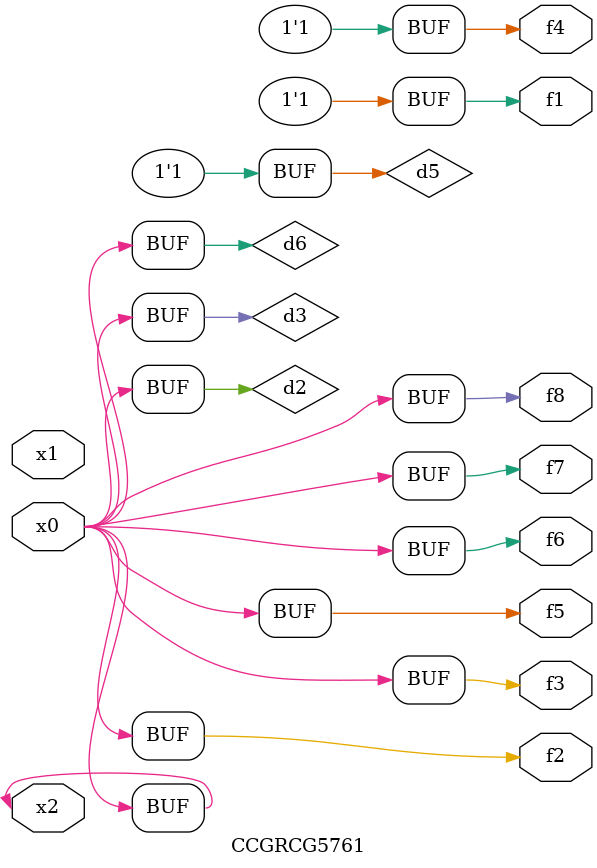
<source format=v>
module CCGRCG5761(
	input x0, x1, x2,
	output f1, f2, f3, f4, f5, f6, f7, f8
);

	wire d1, d2, d3, d4, d5, d6;

	xnor (d1, x2);
	buf (d2, x0, x2);
	and (d3, x0);
	xnor (d4, x1, x2);
	nand (d5, d1, d3);
	buf (d6, d2, d3);
	assign f1 = d5;
	assign f2 = d6;
	assign f3 = d6;
	assign f4 = d5;
	assign f5 = d6;
	assign f6 = d6;
	assign f7 = d6;
	assign f8 = d6;
endmodule

</source>
